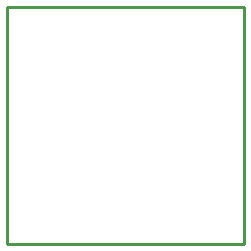
<source format=gko>
G04*
G04 #@! TF.GenerationSoftware,Altium Limited,Altium Designer,22.2.1 (43)*
G04*
G04 Layer_Color=16711935*
%FSAX24Y24*%
%MOIN*%
G70*
G04*
G04 #@! TF.SameCoordinates,E8211669-D0EB-40F5-9659-E9546459CE39*
G04*
G04*
G04 #@! TF.FilePolarity,Positive*
G04*
G01*
G75*
%ADD37C,0.0100*%
D37*
X019291Y018110D02*
Y025984D01*
Y018110D02*
X027165D01*
Y025984D01*
X019291D02*
X027165D01*
M02*

</source>
